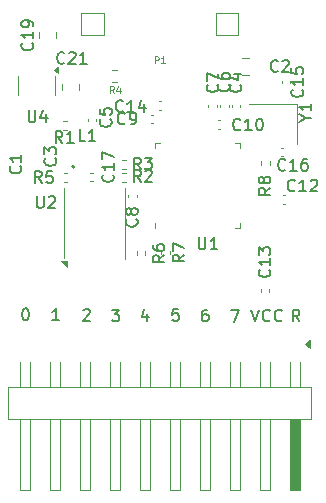
<source format=gbr>
%TF.GenerationSoftware,KiCad,Pcbnew,9.0.3*%
%TF.CreationDate,2025-08-08T17:20:16+03:00*%
%TF.ProjectId,rp2350_gpio_card,72703233-3530-45f6-9770-696f5f636172,X1*%
%TF.SameCoordinates,Original*%
%TF.FileFunction,Legend,Top*%
%TF.FilePolarity,Positive*%
%FSLAX46Y46*%
G04 Gerber Fmt 4.6, Leading zero omitted, Abs format (unit mm)*
G04 Created by KiCad (PCBNEW 9.0.3) date 2025-08-08 17:20:16*
%MOMM*%
%LPD*%
G01*
G04 APERTURE LIST*
%ADD10C,0.201600*%
%ADD11C,0.101600*%
%ADD12C,0.150000*%
%ADD13C,0.120000*%
%ADD14C,0.191421*%
G04 APERTURE END LIST*
D10*
X97025488Y-80167135D02*
X97644535Y-80167135D01*
X97644535Y-80167135D02*
X97311202Y-80548087D01*
X97311202Y-80548087D02*
X97454059Y-80548087D01*
X97454059Y-80548087D02*
X97549297Y-80595706D01*
X97549297Y-80595706D02*
X97596916Y-80643325D01*
X97596916Y-80643325D02*
X97644535Y-80738563D01*
X97644535Y-80738563D02*
X97644535Y-80976658D01*
X97644535Y-80976658D02*
X97596916Y-81071896D01*
X97596916Y-81071896D02*
X97549297Y-81119516D01*
X97549297Y-81119516D02*
X97454059Y-81167135D01*
X97454059Y-81167135D02*
X97168345Y-81167135D01*
X97168345Y-81167135D02*
X97073107Y-81119516D01*
X97073107Y-81119516D02*
X97025488Y-81071896D01*
X99999297Y-80500468D02*
X99999297Y-81167135D01*
X99761202Y-80119516D02*
X99523107Y-80833801D01*
X99523107Y-80833801D02*
X100142154Y-80833801D01*
X107125488Y-80217135D02*
X107792154Y-80217135D01*
X107792154Y-80217135D02*
X107363583Y-81217135D01*
X102646916Y-80117135D02*
X102170726Y-80117135D01*
X102170726Y-80117135D02*
X102123107Y-80593325D01*
X102123107Y-80593325D02*
X102170726Y-80545706D01*
X102170726Y-80545706D02*
X102265964Y-80498087D01*
X102265964Y-80498087D02*
X102504059Y-80498087D01*
X102504059Y-80498087D02*
X102599297Y-80545706D01*
X102599297Y-80545706D02*
X102646916Y-80593325D01*
X102646916Y-80593325D02*
X102694535Y-80688563D01*
X102694535Y-80688563D02*
X102694535Y-80926658D01*
X102694535Y-80926658D02*
X102646916Y-81021896D01*
X102646916Y-81021896D02*
X102599297Y-81069516D01*
X102599297Y-81069516D02*
X102504059Y-81117135D01*
X102504059Y-81117135D02*
X102265964Y-81117135D01*
X102265964Y-81117135D02*
X102170726Y-81069516D01*
X102170726Y-81069516D02*
X102123107Y-81021896D01*
X105099297Y-80167135D02*
X104908821Y-80167135D01*
X104908821Y-80167135D02*
X104813583Y-80214754D01*
X104813583Y-80214754D02*
X104765964Y-80262373D01*
X104765964Y-80262373D02*
X104670726Y-80405230D01*
X104670726Y-80405230D02*
X104623107Y-80595706D01*
X104623107Y-80595706D02*
X104623107Y-80976658D01*
X104623107Y-80976658D02*
X104670726Y-81071896D01*
X104670726Y-81071896D02*
X104718345Y-81119516D01*
X104718345Y-81119516D02*
X104813583Y-81167135D01*
X104813583Y-81167135D02*
X105004059Y-81167135D01*
X105004059Y-81167135D02*
X105099297Y-81119516D01*
X105099297Y-81119516D02*
X105146916Y-81071896D01*
X105146916Y-81071896D02*
X105194535Y-80976658D01*
X105194535Y-80976658D02*
X105194535Y-80738563D01*
X105194535Y-80738563D02*
X105146916Y-80643325D01*
X105146916Y-80643325D02*
X105099297Y-80595706D01*
X105099297Y-80595706D02*
X105004059Y-80548087D01*
X105004059Y-80548087D02*
X104813583Y-80548087D01*
X104813583Y-80548087D02*
X104718345Y-80595706D01*
X104718345Y-80595706D02*
X104670726Y-80643325D01*
X104670726Y-80643325D02*
X104623107Y-80738563D01*
X89661202Y-80067135D02*
X89756440Y-80067135D01*
X89756440Y-80067135D02*
X89851678Y-80114754D01*
X89851678Y-80114754D02*
X89899297Y-80162373D01*
X89899297Y-80162373D02*
X89946916Y-80257611D01*
X89946916Y-80257611D02*
X89994535Y-80448087D01*
X89994535Y-80448087D02*
X89994535Y-80686182D01*
X89994535Y-80686182D02*
X89946916Y-80876658D01*
X89946916Y-80876658D02*
X89899297Y-80971896D01*
X89899297Y-80971896D02*
X89851678Y-81019516D01*
X89851678Y-81019516D02*
X89756440Y-81067135D01*
X89756440Y-81067135D02*
X89661202Y-81067135D01*
X89661202Y-81067135D02*
X89565964Y-81019516D01*
X89565964Y-81019516D02*
X89518345Y-80971896D01*
X89518345Y-80971896D02*
X89470726Y-80876658D01*
X89470726Y-80876658D02*
X89423107Y-80686182D01*
X89423107Y-80686182D02*
X89423107Y-80448087D01*
X89423107Y-80448087D02*
X89470726Y-80257611D01*
X89470726Y-80257611D02*
X89518345Y-80162373D01*
X89518345Y-80162373D02*
X89565964Y-80114754D01*
X89565964Y-80114754D02*
X89661202Y-80067135D01*
X92544535Y-81067135D02*
X91973107Y-81067135D01*
X92258821Y-81067135D02*
X92258821Y-80067135D01*
X92258821Y-80067135D02*
X92163583Y-80209992D01*
X92163583Y-80209992D02*
X92068345Y-80305230D01*
X92068345Y-80305230D02*
X91973107Y-80352849D01*
X112892154Y-81167135D02*
X112558821Y-80690944D01*
X112320726Y-81167135D02*
X112320726Y-80167135D01*
X112320726Y-80167135D02*
X112701678Y-80167135D01*
X112701678Y-80167135D02*
X112796916Y-80214754D01*
X112796916Y-80214754D02*
X112844535Y-80262373D01*
X112844535Y-80262373D02*
X112892154Y-80357611D01*
X112892154Y-80357611D02*
X112892154Y-80500468D01*
X112892154Y-80500468D02*
X112844535Y-80595706D01*
X112844535Y-80595706D02*
X112796916Y-80643325D01*
X112796916Y-80643325D02*
X112701678Y-80690944D01*
X112701678Y-80690944D02*
X112320726Y-80690944D01*
X94573107Y-80212373D02*
X94620726Y-80164754D01*
X94620726Y-80164754D02*
X94715964Y-80117135D01*
X94715964Y-80117135D02*
X94954059Y-80117135D01*
X94954059Y-80117135D02*
X95049297Y-80164754D01*
X95049297Y-80164754D02*
X95096916Y-80212373D01*
X95096916Y-80212373D02*
X95144535Y-80307611D01*
X95144535Y-80307611D02*
X95144535Y-80402849D01*
X95144535Y-80402849D02*
X95096916Y-80545706D01*
X95096916Y-80545706D02*
X94525488Y-81117135D01*
X94525488Y-81117135D02*
X95144535Y-81117135D01*
X108827869Y-80167135D02*
X109161202Y-81167135D01*
X109161202Y-81167135D02*
X109494535Y-80167135D01*
X110399297Y-81071896D02*
X110351678Y-81119516D01*
X110351678Y-81119516D02*
X110208821Y-81167135D01*
X110208821Y-81167135D02*
X110113583Y-81167135D01*
X110113583Y-81167135D02*
X109970726Y-81119516D01*
X109970726Y-81119516D02*
X109875488Y-81024277D01*
X109875488Y-81024277D02*
X109827869Y-80929039D01*
X109827869Y-80929039D02*
X109780250Y-80738563D01*
X109780250Y-80738563D02*
X109780250Y-80595706D01*
X109780250Y-80595706D02*
X109827869Y-80405230D01*
X109827869Y-80405230D02*
X109875488Y-80309992D01*
X109875488Y-80309992D02*
X109970726Y-80214754D01*
X109970726Y-80214754D02*
X110113583Y-80167135D01*
X110113583Y-80167135D02*
X110208821Y-80167135D01*
X110208821Y-80167135D02*
X110351678Y-80214754D01*
X110351678Y-80214754D02*
X110399297Y-80262373D01*
X111399297Y-81071896D02*
X111351678Y-81119516D01*
X111351678Y-81119516D02*
X111208821Y-81167135D01*
X111208821Y-81167135D02*
X111113583Y-81167135D01*
X111113583Y-81167135D02*
X110970726Y-81119516D01*
X110970726Y-81119516D02*
X110875488Y-81024277D01*
X110875488Y-81024277D02*
X110827869Y-80929039D01*
X110827869Y-80929039D02*
X110780250Y-80738563D01*
X110780250Y-80738563D02*
X110780250Y-80595706D01*
X110780250Y-80595706D02*
X110827869Y-80405230D01*
X110827869Y-80405230D02*
X110875488Y-80309992D01*
X110875488Y-80309992D02*
X110970726Y-80214754D01*
X110970726Y-80214754D02*
X111113583Y-80167135D01*
X111113583Y-80167135D02*
X111208821Y-80167135D01*
X111208821Y-80167135D02*
X111351678Y-80214754D01*
X111351678Y-80214754D02*
X111399297Y-80262373D01*
D11*
X97177633Y-61814978D02*
X96982900Y-61536787D01*
X96843805Y-61814978D02*
X96843805Y-61230778D01*
X96843805Y-61230778D02*
X97066357Y-61230778D01*
X97066357Y-61230778D02*
X97121995Y-61258597D01*
X97121995Y-61258597D02*
X97149814Y-61286416D01*
X97149814Y-61286416D02*
X97177633Y-61342054D01*
X97177633Y-61342054D02*
X97177633Y-61425511D01*
X97177633Y-61425511D02*
X97149814Y-61481149D01*
X97149814Y-61481149D02*
X97121995Y-61508968D01*
X97121995Y-61508968D02*
X97066357Y-61536787D01*
X97066357Y-61536787D02*
X96843805Y-61536787D01*
X97678376Y-61425511D02*
X97678376Y-61814978D01*
X97539281Y-61202959D02*
X97400186Y-61620244D01*
X97400186Y-61620244D02*
X97761833Y-61620244D01*
X100643805Y-59304978D02*
X100643805Y-58720778D01*
X100643805Y-58720778D02*
X100866357Y-58720778D01*
X100866357Y-58720778D02*
X100921995Y-58748597D01*
X100921995Y-58748597D02*
X100949814Y-58776416D01*
X100949814Y-58776416D02*
X100977633Y-58832054D01*
X100977633Y-58832054D02*
X100977633Y-58915511D01*
X100977633Y-58915511D02*
X100949814Y-58971149D01*
X100949814Y-58971149D02*
X100921995Y-58998968D01*
X100921995Y-58998968D02*
X100866357Y-59026787D01*
X100866357Y-59026787D02*
X100643805Y-59026787D01*
X101534014Y-59304978D02*
X101200186Y-59304978D01*
X101367100Y-59304978D02*
X101367100Y-58720778D01*
X101367100Y-58720778D02*
X101311462Y-58804235D01*
X101311462Y-58804235D02*
X101255824Y-58859873D01*
X101255824Y-58859873D02*
X101200186Y-58887692D01*
D12*
X110429819Y-69856666D02*
X109953628Y-70189999D01*
X110429819Y-70428094D02*
X109429819Y-70428094D01*
X109429819Y-70428094D02*
X109429819Y-70047142D01*
X109429819Y-70047142D02*
X109477438Y-69951904D01*
X109477438Y-69951904D02*
X109525057Y-69904285D01*
X109525057Y-69904285D02*
X109620295Y-69856666D01*
X109620295Y-69856666D02*
X109763152Y-69856666D01*
X109763152Y-69856666D02*
X109858390Y-69904285D01*
X109858390Y-69904285D02*
X109906009Y-69951904D01*
X109906009Y-69951904D02*
X109953628Y-70047142D01*
X109953628Y-70047142D02*
X109953628Y-70428094D01*
X109858390Y-69285237D02*
X109810771Y-69380475D01*
X109810771Y-69380475D02*
X109763152Y-69428094D01*
X109763152Y-69428094D02*
X109667914Y-69475713D01*
X109667914Y-69475713D02*
X109620295Y-69475713D01*
X109620295Y-69475713D02*
X109525057Y-69428094D01*
X109525057Y-69428094D02*
X109477438Y-69380475D01*
X109477438Y-69380475D02*
X109429819Y-69285237D01*
X109429819Y-69285237D02*
X109429819Y-69094761D01*
X109429819Y-69094761D02*
X109477438Y-68999523D01*
X109477438Y-68999523D02*
X109525057Y-68951904D01*
X109525057Y-68951904D02*
X109620295Y-68904285D01*
X109620295Y-68904285D02*
X109667914Y-68904285D01*
X109667914Y-68904285D02*
X109763152Y-68951904D01*
X109763152Y-68951904D02*
X109810771Y-68999523D01*
X109810771Y-68999523D02*
X109858390Y-69094761D01*
X109858390Y-69094761D02*
X109858390Y-69285237D01*
X109858390Y-69285237D02*
X109906009Y-69380475D01*
X109906009Y-69380475D02*
X109953628Y-69428094D01*
X109953628Y-69428094D02*
X110048866Y-69475713D01*
X110048866Y-69475713D02*
X110239342Y-69475713D01*
X110239342Y-69475713D02*
X110334580Y-69428094D01*
X110334580Y-69428094D02*
X110382200Y-69380475D01*
X110382200Y-69380475D02*
X110429819Y-69285237D01*
X110429819Y-69285237D02*
X110429819Y-69094761D01*
X110429819Y-69094761D02*
X110382200Y-68999523D01*
X110382200Y-68999523D02*
X110334580Y-68951904D01*
X110334580Y-68951904D02*
X110239342Y-68904285D01*
X110239342Y-68904285D02*
X110048866Y-68904285D01*
X110048866Y-68904285D02*
X109953628Y-68951904D01*
X109953628Y-68951904D02*
X109906009Y-68999523D01*
X109906009Y-68999523D02*
X109858390Y-69094761D01*
X90254580Y-57592857D02*
X90302200Y-57640476D01*
X90302200Y-57640476D02*
X90349819Y-57783333D01*
X90349819Y-57783333D02*
X90349819Y-57878571D01*
X90349819Y-57878571D02*
X90302200Y-58021428D01*
X90302200Y-58021428D02*
X90206961Y-58116666D01*
X90206961Y-58116666D02*
X90111723Y-58164285D01*
X90111723Y-58164285D02*
X89921247Y-58211904D01*
X89921247Y-58211904D02*
X89778390Y-58211904D01*
X89778390Y-58211904D02*
X89587914Y-58164285D01*
X89587914Y-58164285D02*
X89492676Y-58116666D01*
X89492676Y-58116666D02*
X89397438Y-58021428D01*
X89397438Y-58021428D02*
X89349819Y-57878571D01*
X89349819Y-57878571D02*
X89349819Y-57783333D01*
X89349819Y-57783333D02*
X89397438Y-57640476D01*
X89397438Y-57640476D02*
X89445057Y-57592857D01*
X90349819Y-56640476D02*
X90349819Y-57211904D01*
X90349819Y-56926190D02*
X89349819Y-56926190D01*
X89349819Y-56926190D02*
X89492676Y-57021428D01*
X89492676Y-57021428D02*
X89587914Y-57116666D01*
X89587914Y-57116666D02*
X89635533Y-57211904D01*
X90349819Y-56164285D02*
X90349819Y-55973809D01*
X90349819Y-55973809D02*
X90302200Y-55878571D01*
X90302200Y-55878571D02*
X90254580Y-55830952D01*
X90254580Y-55830952D02*
X90111723Y-55735714D01*
X90111723Y-55735714D02*
X89921247Y-55688095D01*
X89921247Y-55688095D02*
X89540295Y-55688095D01*
X89540295Y-55688095D02*
X89445057Y-55735714D01*
X89445057Y-55735714D02*
X89397438Y-55783333D01*
X89397438Y-55783333D02*
X89349819Y-55878571D01*
X89349819Y-55878571D02*
X89349819Y-56069047D01*
X89349819Y-56069047D02*
X89397438Y-56164285D01*
X89397438Y-56164285D02*
X89445057Y-56211904D01*
X89445057Y-56211904D02*
X89540295Y-56259523D01*
X89540295Y-56259523D02*
X89778390Y-56259523D01*
X89778390Y-56259523D02*
X89873628Y-56211904D01*
X89873628Y-56211904D02*
X89921247Y-56164285D01*
X89921247Y-56164285D02*
X89968866Y-56069047D01*
X89968866Y-56069047D02*
X89968866Y-55878571D01*
X89968866Y-55878571D02*
X89921247Y-55783333D01*
X89921247Y-55783333D02*
X89873628Y-55735714D01*
X89873628Y-55735714D02*
X89778390Y-55688095D01*
X91058333Y-69454819D02*
X90725000Y-68978628D01*
X90486905Y-69454819D02*
X90486905Y-68454819D01*
X90486905Y-68454819D02*
X90867857Y-68454819D01*
X90867857Y-68454819D02*
X90963095Y-68502438D01*
X90963095Y-68502438D02*
X91010714Y-68550057D01*
X91010714Y-68550057D02*
X91058333Y-68645295D01*
X91058333Y-68645295D02*
X91058333Y-68788152D01*
X91058333Y-68788152D02*
X91010714Y-68883390D01*
X91010714Y-68883390D02*
X90963095Y-68931009D01*
X90963095Y-68931009D02*
X90867857Y-68978628D01*
X90867857Y-68978628D02*
X90486905Y-68978628D01*
X91963095Y-68454819D02*
X91486905Y-68454819D01*
X91486905Y-68454819D02*
X91439286Y-68931009D01*
X91439286Y-68931009D02*
X91486905Y-68883390D01*
X91486905Y-68883390D02*
X91582143Y-68835771D01*
X91582143Y-68835771D02*
X91820238Y-68835771D01*
X91820238Y-68835771D02*
X91915476Y-68883390D01*
X91915476Y-68883390D02*
X91963095Y-68931009D01*
X91963095Y-68931009D02*
X92010714Y-69026247D01*
X92010714Y-69026247D02*
X92010714Y-69264342D01*
X92010714Y-69264342D02*
X91963095Y-69359580D01*
X91963095Y-69359580D02*
X91915476Y-69407200D01*
X91915476Y-69407200D02*
X91820238Y-69454819D01*
X91820238Y-69454819D02*
X91582143Y-69454819D01*
X91582143Y-69454819D02*
X91486905Y-69407200D01*
X91486905Y-69407200D02*
X91439286Y-69359580D01*
X113403628Y-63926190D02*
X113879819Y-63926190D01*
X112879819Y-64259523D02*
X113403628Y-63926190D01*
X113403628Y-63926190D02*
X112879819Y-63592857D01*
X113879819Y-62735714D02*
X113879819Y-63307142D01*
X113879819Y-63021428D02*
X112879819Y-63021428D01*
X112879819Y-63021428D02*
X113022676Y-63116666D01*
X113022676Y-63116666D02*
X113117914Y-63211904D01*
X113117914Y-63211904D02*
X113165533Y-63307142D01*
X89254580Y-68016666D02*
X89302200Y-68064285D01*
X89302200Y-68064285D02*
X89349819Y-68207142D01*
X89349819Y-68207142D02*
X89349819Y-68302380D01*
X89349819Y-68302380D02*
X89302200Y-68445237D01*
X89302200Y-68445237D02*
X89206961Y-68540475D01*
X89206961Y-68540475D02*
X89111723Y-68588094D01*
X89111723Y-68588094D02*
X88921247Y-68635713D01*
X88921247Y-68635713D02*
X88778390Y-68635713D01*
X88778390Y-68635713D02*
X88587914Y-68588094D01*
X88587914Y-68588094D02*
X88492676Y-68540475D01*
X88492676Y-68540475D02*
X88397438Y-68445237D01*
X88397438Y-68445237D02*
X88349819Y-68302380D01*
X88349819Y-68302380D02*
X88349819Y-68207142D01*
X88349819Y-68207142D02*
X88397438Y-68064285D01*
X88397438Y-68064285D02*
X88445057Y-68016666D01*
X89349819Y-67064285D02*
X89349819Y-67635713D01*
X89349819Y-67349999D02*
X88349819Y-67349999D01*
X88349819Y-67349999D02*
X88492676Y-67445237D01*
X88492676Y-67445237D02*
X88587914Y-67540475D01*
X88587914Y-67540475D02*
X88635533Y-67635713D01*
X98123333Y-64399580D02*
X98075714Y-64447200D01*
X98075714Y-64447200D02*
X97932857Y-64494819D01*
X97932857Y-64494819D02*
X97837619Y-64494819D01*
X97837619Y-64494819D02*
X97694762Y-64447200D01*
X97694762Y-64447200D02*
X97599524Y-64351961D01*
X97599524Y-64351961D02*
X97551905Y-64256723D01*
X97551905Y-64256723D02*
X97504286Y-64066247D01*
X97504286Y-64066247D02*
X97504286Y-63923390D01*
X97504286Y-63923390D02*
X97551905Y-63732914D01*
X97551905Y-63732914D02*
X97599524Y-63637676D01*
X97599524Y-63637676D02*
X97694762Y-63542438D01*
X97694762Y-63542438D02*
X97837619Y-63494819D01*
X97837619Y-63494819D02*
X97932857Y-63494819D01*
X97932857Y-63494819D02*
X98075714Y-63542438D01*
X98075714Y-63542438D02*
X98123333Y-63590057D01*
X98599524Y-64494819D02*
X98790000Y-64494819D01*
X98790000Y-64494819D02*
X98885238Y-64447200D01*
X98885238Y-64447200D02*
X98932857Y-64399580D01*
X98932857Y-64399580D02*
X99028095Y-64256723D01*
X99028095Y-64256723D02*
X99075714Y-64066247D01*
X99075714Y-64066247D02*
X99075714Y-63685295D01*
X99075714Y-63685295D02*
X99028095Y-63590057D01*
X99028095Y-63590057D02*
X98980476Y-63542438D01*
X98980476Y-63542438D02*
X98885238Y-63494819D01*
X98885238Y-63494819D02*
X98694762Y-63494819D01*
X98694762Y-63494819D02*
X98599524Y-63542438D01*
X98599524Y-63542438D02*
X98551905Y-63590057D01*
X98551905Y-63590057D02*
X98504286Y-63685295D01*
X98504286Y-63685295D02*
X98504286Y-63923390D01*
X98504286Y-63923390D02*
X98551905Y-64018628D01*
X98551905Y-64018628D02*
X98599524Y-64066247D01*
X98599524Y-64066247D02*
X98694762Y-64113866D01*
X98694762Y-64113866D02*
X98885238Y-64113866D01*
X98885238Y-64113866D02*
X98980476Y-64066247D01*
X98980476Y-64066247D02*
X99028095Y-64018628D01*
X99028095Y-64018628D02*
X99075714Y-63923390D01*
X111058333Y-59959580D02*
X111010714Y-60007200D01*
X111010714Y-60007200D02*
X110867857Y-60054819D01*
X110867857Y-60054819D02*
X110772619Y-60054819D01*
X110772619Y-60054819D02*
X110629762Y-60007200D01*
X110629762Y-60007200D02*
X110534524Y-59911961D01*
X110534524Y-59911961D02*
X110486905Y-59816723D01*
X110486905Y-59816723D02*
X110439286Y-59626247D01*
X110439286Y-59626247D02*
X110439286Y-59483390D01*
X110439286Y-59483390D02*
X110486905Y-59292914D01*
X110486905Y-59292914D02*
X110534524Y-59197676D01*
X110534524Y-59197676D02*
X110629762Y-59102438D01*
X110629762Y-59102438D02*
X110772619Y-59054819D01*
X110772619Y-59054819D02*
X110867857Y-59054819D01*
X110867857Y-59054819D02*
X111010714Y-59102438D01*
X111010714Y-59102438D02*
X111058333Y-59150057D01*
X111439286Y-59150057D02*
X111486905Y-59102438D01*
X111486905Y-59102438D02*
X111582143Y-59054819D01*
X111582143Y-59054819D02*
X111820238Y-59054819D01*
X111820238Y-59054819D02*
X111915476Y-59102438D01*
X111915476Y-59102438D02*
X111963095Y-59150057D01*
X111963095Y-59150057D02*
X112010714Y-59245295D01*
X112010714Y-59245295D02*
X112010714Y-59340533D01*
X112010714Y-59340533D02*
X111963095Y-59483390D01*
X111963095Y-59483390D02*
X111391667Y-60054819D01*
X111391667Y-60054819D02*
X112010714Y-60054819D01*
X107882142Y-64909580D02*
X107834523Y-64957200D01*
X107834523Y-64957200D02*
X107691666Y-65004819D01*
X107691666Y-65004819D02*
X107596428Y-65004819D01*
X107596428Y-65004819D02*
X107453571Y-64957200D01*
X107453571Y-64957200D02*
X107358333Y-64861961D01*
X107358333Y-64861961D02*
X107310714Y-64766723D01*
X107310714Y-64766723D02*
X107263095Y-64576247D01*
X107263095Y-64576247D02*
X107263095Y-64433390D01*
X107263095Y-64433390D02*
X107310714Y-64242914D01*
X107310714Y-64242914D02*
X107358333Y-64147676D01*
X107358333Y-64147676D02*
X107453571Y-64052438D01*
X107453571Y-64052438D02*
X107596428Y-64004819D01*
X107596428Y-64004819D02*
X107691666Y-64004819D01*
X107691666Y-64004819D02*
X107834523Y-64052438D01*
X107834523Y-64052438D02*
X107882142Y-64100057D01*
X108834523Y-65004819D02*
X108263095Y-65004819D01*
X108548809Y-65004819D02*
X108548809Y-64004819D01*
X108548809Y-64004819D02*
X108453571Y-64147676D01*
X108453571Y-64147676D02*
X108358333Y-64242914D01*
X108358333Y-64242914D02*
X108263095Y-64290533D01*
X109453571Y-64004819D02*
X109548809Y-64004819D01*
X109548809Y-64004819D02*
X109644047Y-64052438D01*
X109644047Y-64052438D02*
X109691666Y-64100057D01*
X109691666Y-64100057D02*
X109739285Y-64195295D01*
X109739285Y-64195295D02*
X109786904Y-64385771D01*
X109786904Y-64385771D02*
X109786904Y-64623866D01*
X109786904Y-64623866D02*
X109739285Y-64814342D01*
X109739285Y-64814342D02*
X109691666Y-64909580D01*
X109691666Y-64909580D02*
X109644047Y-64957200D01*
X109644047Y-64957200D02*
X109548809Y-65004819D01*
X109548809Y-65004819D02*
X109453571Y-65004819D01*
X109453571Y-65004819D02*
X109358333Y-64957200D01*
X109358333Y-64957200D02*
X109310714Y-64909580D01*
X109310714Y-64909580D02*
X109263095Y-64814342D01*
X109263095Y-64814342D02*
X109215476Y-64623866D01*
X109215476Y-64623866D02*
X109215476Y-64385771D01*
X109215476Y-64385771D02*
X109263095Y-64195295D01*
X109263095Y-64195295D02*
X109310714Y-64100057D01*
X109310714Y-64100057D02*
X109358333Y-64052438D01*
X109358333Y-64052438D02*
X109453571Y-64004819D01*
X97084580Y-68742857D02*
X97132200Y-68790476D01*
X97132200Y-68790476D02*
X97179819Y-68933333D01*
X97179819Y-68933333D02*
X97179819Y-69028571D01*
X97179819Y-69028571D02*
X97132200Y-69171428D01*
X97132200Y-69171428D02*
X97036961Y-69266666D01*
X97036961Y-69266666D02*
X96941723Y-69314285D01*
X96941723Y-69314285D02*
X96751247Y-69361904D01*
X96751247Y-69361904D02*
X96608390Y-69361904D01*
X96608390Y-69361904D02*
X96417914Y-69314285D01*
X96417914Y-69314285D02*
X96322676Y-69266666D01*
X96322676Y-69266666D02*
X96227438Y-69171428D01*
X96227438Y-69171428D02*
X96179819Y-69028571D01*
X96179819Y-69028571D02*
X96179819Y-68933333D01*
X96179819Y-68933333D02*
X96227438Y-68790476D01*
X96227438Y-68790476D02*
X96275057Y-68742857D01*
X97179819Y-67790476D02*
X97179819Y-68361904D01*
X97179819Y-68076190D02*
X96179819Y-68076190D01*
X96179819Y-68076190D02*
X96322676Y-68171428D01*
X96322676Y-68171428D02*
X96417914Y-68266666D01*
X96417914Y-68266666D02*
X96465533Y-68361904D01*
X96179819Y-67457142D02*
X96179819Y-66790476D01*
X96179819Y-66790476D02*
X97179819Y-67219047D01*
X99084580Y-72516666D02*
X99132200Y-72564285D01*
X99132200Y-72564285D02*
X99179819Y-72707142D01*
X99179819Y-72707142D02*
X99179819Y-72802380D01*
X99179819Y-72802380D02*
X99132200Y-72945237D01*
X99132200Y-72945237D02*
X99036961Y-73040475D01*
X99036961Y-73040475D02*
X98941723Y-73088094D01*
X98941723Y-73088094D02*
X98751247Y-73135713D01*
X98751247Y-73135713D02*
X98608390Y-73135713D01*
X98608390Y-73135713D02*
X98417914Y-73088094D01*
X98417914Y-73088094D02*
X98322676Y-73040475D01*
X98322676Y-73040475D02*
X98227438Y-72945237D01*
X98227438Y-72945237D02*
X98179819Y-72802380D01*
X98179819Y-72802380D02*
X98179819Y-72707142D01*
X98179819Y-72707142D02*
X98227438Y-72564285D01*
X98227438Y-72564285D02*
X98275057Y-72516666D01*
X98608390Y-71945237D02*
X98560771Y-72040475D01*
X98560771Y-72040475D02*
X98513152Y-72088094D01*
X98513152Y-72088094D02*
X98417914Y-72135713D01*
X98417914Y-72135713D02*
X98370295Y-72135713D01*
X98370295Y-72135713D02*
X98275057Y-72088094D01*
X98275057Y-72088094D02*
X98227438Y-72040475D01*
X98227438Y-72040475D02*
X98179819Y-71945237D01*
X98179819Y-71945237D02*
X98179819Y-71754761D01*
X98179819Y-71754761D02*
X98227438Y-71659523D01*
X98227438Y-71659523D02*
X98275057Y-71611904D01*
X98275057Y-71611904D02*
X98370295Y-71564285D01*
X98370295Y-71564285D02*
X98417914Y-71564285D01*
X98417914Y-71564285D02*
X98513152Y-71611904D01*
X98513152Y-71611904D02*
X98560771Y-71659523D01*
X98560771Y-71659523D02*
X98608390Y-71754761D01*
X98608390Y-71754761D02*
X98608390Y-71945237D01*
X98608390Y-71945237D02*
X98656009Y-72040475D01*
X98656009Y-72040475D02*
X98703628Y-72088094D01*
X98703628Y-72088094D02*
X98798866Y-72135713D01*
X98798866Y-72135713D02*
X98989342Y-72135713D01*
X98989342Y-72135713D02*
X99084580Y-72088094D01*
X99084580Y-72088094D02*
X99132200Y-72040475D01*
X99132200Y-72040475D02*
X99179819Y-71945237D01*
X99179819Y-71945237D02*
X99179819Y-71754761D01*
X99179819Y-71754761D02*
X99132200Y-71659523D01*
X99132200Y-71659523D02*
X99084580Y-71611904D01*
X99084580Y-71611904D02*
X98989342Y-71564285D01*
X98989342Y-71564285D02*
X98798866Y-71564285D01*
X98798866Y-71564285D02*
X98703628Y-71611904D01*
X98703628Y-71611904D02*
X98656009Y-71659523D01*
X98656009Y-71659523D02*
X98608390Y-71754761D01*
X92204580Y-67366666D02*
X92252200Y-67414285D01*
X92252200Y-67414285D02*
X92299819Y-67557142D01*
X92299819Y-67557142D02*
X92299819Y-67652380D01*
X92299819Y-67652380D02*
X92252200Y-67795237D01*
X92252200Y-67795237D02*
X92156961Y-67890475D01*
X92156961Y-67890475D02*
X92061723Y-67938094D01*
X92061723Y-67938094D02*
X91871247Y-67985713D01*
X91871247Y-67985713D02*
X91728390Y-67985713D01*
X91728390Y-67985713D02*
X91537914Y-67938094D01*
X91537914Y-67938094D02*
X91442676Y-67890475D01*
X91442676Y-67890475D02*
X91347438Y-67795237D01*
X91347438Y-67795237D02*
X91299819Y-67652380D01*
X91299819Y-67652380D02*
X91299819Y-67557142D01*
X91299819Y-67557142D02*
X91347438Y-67414285D01*
X91347438Y-67414285D02*
X91395057Y-67366666D01*
X91299819Y-67033332D02*
X91299819Y-66414285D01*
X91299819Y-66414285D02*
X91680771Y-66747618D01*
X91680771Y-66747618D02*
X91680771Y-66604761D01*
X91680771Y-66604761D02*
X91728390Y-66509523D01*
X91728390Y-66509523D02*
X91776009Y-66461904D01*
X91776009Y-66461904D02*
X91871247Y-66414285D01*
X91871247Y-66414285D02*
X92109342Y-66414285D01*
X92109342Y-66414285D02*
X92204580Y-66461904D01*
X92204580Y-66461904D02*
X92252200Y-66509523D01*
X92252200Y-66509523D02*
X92299819Y-66604761D01*
X92299819Y-66604761D02*
X92299819Y-66890475D01*
X92299819Y-66890475D02*
X92252200Y-66985713D01*
X92252200Y-66985713D02*
X92204580Y-67033332D01*
X96884580Y-64066666D02*
X96932200Y-64114285D01*
X96932200Y-64114285D02*
X96979819Y-64257142D01*
X96979819Y-64257142D02*
X96979819Y-64352380D01*
X96979819Y-64352380D02*
X96932200Y-64495237D01*
X96932200Y-64495237D02*
X96836961Y-64590475D01*
X96836961Y-64590475D02*
X96741723Y-64638094D01*
X96741723Y-64638094D02*
X96551247Y-64685713D01*
X96551247Y-64685713D02*
X96408390Y-64685713D01*
X96408390Y-64685713D02*
X96217914Y-64638094D01*
X96217914Y-64638094D02*
X96122676Y-64590475D01*
X96122676Y-64590475D02*
X96027438Y-64495237D01*
X96027438Y-64495237D02*
X95979819Y-64352380D01*
X95979819Y-64352380D02*
X95979819Y-64257142D01*
X95979819Y-64257142D02*
X96027438Y-64114285D01*
X96027438Y-64114285D02*
X96075057Y-64066666D01*
X95979819Y-63161904D02*
X95979819Y-63638094D01*
X95979819Y-63638094D02*
X96456009Y-63685713D01*
X96456009Y-63685713D02*
X96408390Y-63638094D01*
X96408390Y-63638094D02*
X96360771Y-63542856D01*
X96360771Y-63542856D02*
X96360771Y-63304761D01*
X96360771Y-63304761D02*
X96408390Y-63209523D01*
X96408390Y-63209523D02*
X96456009Y-63161904D01*
X96456009Y-63161904D02*
X96551247Y-63114285D01*
X96551247Y-63114285D02*
X96789342Y-63114285D01*
X96789342Y-63114285D02*
X96884580Y-63161904D01*
X96884580Y-63161904D02*
X96932200Y-63209523D01*
X96932200Y-63209523D02*
X96979819Y-63304761D01*
X96979819Y-63304761D02*
X96979819Y-63542856D01*
X96979819Y-63542856D02*
X96932200Y-63638094D01*
X96932200Y-63638094D02*
X96884580Y-63685713D01*
X99458333Y-68304819D02*
X99125000Y-67828628D01*
X98886905Y-68304819D02*
X98886905Y-67304819D01*
X98886905Y-67304819D02*
X99267857Y-67304819D01*
X99267857Y-67304819D02*
X99363095Y-67352438D01*
X99363095Y-67352438D02*
X99410714Y-67400057D01*
X99410714Y-67400057D02*
X99458333Y-67495295D01*
X99458333Y-67495295D02*
X99458333Y-67638152D01*
X99458333Y-67638152D02*
X99410714Y-67733390D01*
X99410714Y-67733390D02*
X99363095Y-67781009D01*
X99363095Y-67781009D02*
X99267857Y-67828628D01*
X99267857Y-67828628D02*
X98886905Y-67828628D01*
X99791667Y-67304819D02*
X100410714Y-67304819D01*
X100410714Y-67304819D02*
X100077381Y-67685771D01*
X100077381Y-67685771D02*
X100220238Y-67685771D01*
X100220238Y-67685771D02*
X100315476Y-67733390D01*
X100315476Y-67733390D02*
X100363095Y-67781009D01*
X100363095Y-67781009D02*
X100410714Y-67876247D01*
X100410714Y-67876247D02*
X100410714Y-68114342D01*
X100410714Y-68114342D02*
X100363095Y-68209580D01*
X100363095Y-68209580D02*
X100315476Y-68257200D01*
X100315476Y-68257200D02*
X100220238Y-68304819D01*
X100220238Y-68304819D02*
X99934524Y-68304819D01*
X99934524Y-68304819D02*
X99839286Y-68257200D01*
X99839286Y-68257200D02*
X99791667Y-68209580D01*
X89963095Y-63304819D02*
X89963095Y-64114342D01*
X89963095Y-64114342D02*
X90010714Y-64209580D01*
X90010714Y-64209580D02*
X90058333Y-64257200D01*
X90058333Y-64257200D02*
X90153571Y-64304819D01*
X90153571Y-64304819D02*
X90344047Y-64304819D01*
X90344047Y-64304819D02*
X90439285Y-64257200D01*
X90439285Y-64257200D02*
X90486904Y-64209580D01*
X90486904Y-64209580D02*
X90534523Y-64114342D01*
X90534523Y-64114342D02*
X90534523Y-63304819D01*
X91439285Y-63638152D02*
X91439285Y-64304819D01*
X91201190Y-63257200D02*
X90963095Y-63971485D01*
X90963095Y-63971485D02*
X91582142Y-63971485D01*
X92808333Y-66054819D02*
X92475000Y-65578628D01*
X92236905Y-66054819D02*
X92236905Y-65054819D01*
X92236905Y-65054819D02*
X92617857Y-65054819D01*
X92617857Y-65054819D02*
X92713095Y-65102438D01*
X92713095Y-65102438D02*
X92760714Y-65150057D01*
X92760714Y-65150057D02*
X92808333Y-65245295D01*
X92808333Y-65245295D02*
X92808333Y-65388152D01*
X92808333Y-65388152D02*
X92760714Y-65483390D01*
X92760714Y-65483390D02*
X92713095Y-65531009D01*
X92713095Y-65531009D02*
X92617857Y-65578628D01*
X92617857Y-65578628D02*
X92236905Y-65578628D01*
X93760714Y-66054819D02*
X93189286Y-66054819D01*
X93475000Y-66054819D02*
X93475000Y-65054819D01*
X93475000Y-65054819D02*
X93379762Y-65197676D01*
X93379762Y-65197676D02*
X93284524Y-65292914D01*
X93284524Y-65292914D02*
X93189286Y-65340533D01*
X103149819Y-75516666D02*
X102673628Y-75849999D01*
X103149819Y-76088094D02*
X102149819Y-76088094D01*
X102149819Y-76088094D02*
X102149819Y-75707142D01*
X102149819Y-75707142D02*
X102197438Y-75611904D01*
X102197438Y-75611904D02*
X102245057Y-75564285D01*
X102245057Y-75564285D02*
X102340295Y-75516666D01*
X102340295Y-75516666D02*
X102483152Y-75516666D01*
X102483152Y-75516666D02*
X102578390Y-75564285D01*
X102578390Y-75564285D02*
X102626009Y-75611904D01*
X102626009Y-75611904D02*
X102673628Y-75707142D01*
X102673628Y-75707142D02*
X102673628Y-76088094D01*
X102149819Y-75183332D02*
X102149819Y-74516666D01*
X102149819Y-74516666D02*
X103149819Y-74945237D01*
X113114580Y-61542857D02*
X113162200Y-61590476D01*
X113162200Y-61590476D02*
X113209819Y-61733333D01*
X113209819Y-61733333D02*
X113209819Y-61828571D01*
X113209819Y-61828571D02*
X113162200Y-61971428D01*
X113162200Y-61971428D02*
X113066961Y-62066666D01*
X113066961Y-62066666D02*
X112971723Y-62114285D01*
X112971723Y-62114285D02*
X112781247Y-62161904D01*
X112781247Y-62161904D02*
X112638390Y-62161904D01*
X112638390Y-62161904D02*
X112447914Y-62114285D01*
X112447914Y-62114285D02*
X112352676Y-62066666D01*
X112352676Y-62066666D02*
X112257438Y-61971428D01*
X112257438Y-61971428D02*
X112209819Y-61828571D01*
X112209819Y-61828571D02*
X112209819Y-61733333D01*
X112209819Y-61733333D02*
X112257438Y-61590476D01*
X112257438Y-61590476D02*
X112305057Y-61542857D01*
X113209819Y-60590476D02*
X113209819Y-61161904D01*
X113209819Y-60876190D02*
X112209819Y-60876190D01*
X112209819Y-60876190D02*
X112352676Y-60971428D01*
X112352676Y-60971428D02*
X112447914Y-61066666D01*
X112447914Y-61066666D02*
X112495533Y-61161904D01*
X112209819Y-59685714D02*
X112209819Y-60161904D01*
X112209819Y-60161904D02*
X112686009Y-60209523D01*
X112686009Y-60209523D02*
X112638390Y-60161904D01*
X112638390Y-60161904D02*
X112590771Y-60066666D01*
X112590771Y-60066666D02*
X112590771Y-59828571D01*
X112590771Y-59828571D02*
X112638390Y-59733333D01*
X112638390Y-59733333D02*
X112686009Y-59685714D01*
X112686009Y-59685714D02*
X112781247Y-59638095D01*
X112781247Y-59638095D02*
X113019342Y-59638095D01*
X113019342Y-59638095D02*
X113114580Y-59685714D01*
X113114580Y-59685714D02*
X113162200Y-59733333D01*
X113162200Y-59733333D02*
X113209819Y-59828571D01*
X113209819Y-59828571D02*
X113209819Y-60066666D01*
X113209819Y-60066666D02*
X113162200Y-60161904D01*
X113162200Y-60161904D02*
X113114580Y-60209523D01*
X99458333Y-69354819D02*
X99125000Y-68878628D01*
X98886905Y-69354819D02*
X98886905Y-68354819D01*
X98886905Y-68354819D02*
X99267857Y-68354819D01*
X99267857Y-68354819D02*
X99363095Y-68402438D01*
X99363095Y-68402438D02*
X99410714Y-68450057D01*
X99410714Y-68450057D02*
X99458333Y-68545295D01*
X99458333Y-68545295D02*
X99458333Y-68688152D01*
X99458333Y-68688152D02*
X99410714Y-68783390D01*
X99410714Y-68783390D02*
X99363095Y-68831009D01*
X99363095Y-68831009D02*
X99267857Y-68878628D01*
X99267857Y-68878628D02*
X98886905Y-68878628D01*
X99839286Y-68450057D02*
X99886905Y-68402438D01*
X99886905Y-68402438D02*
X99982143Y-68354819D01*
X99982143Y-68354819D02*
X100220238Y-68354819D01*
X100220238Y-68354819D02*
X100315476Y-68402438D01*
X100315476Y-68402438D02*
X100363095Y-68450057D01*
X100363095Y-68450057D02*
X100410714Y-68545295D01*
X100410714Y-68545295D02*
X100410714Y-68640533D01*
X100410714Y-68640533D02*
X100363095Y-68783390D01*
X100363095Y-68783390D02*
X99791667Y-69354819D01*
X99791667Y-69354819D02*
X100410714Y-69354819D01*
X92982142Y-59259580D02*
X92934523Y-59307200D01*
X92934523Y-59307200D02*
X92791666Y-59354819D01*
X92791666Y-59354819D02*
X92696428Y-59354819D01*
X92696428Y-59354819D02*
X92553571Y-59307200D01*
X92553571Y-59307200D02*
X92458333Y-59211961D01*
X92458333Y-59211961D02*
X92410714Y-59116723D01*
X92410714Y-59116723D02*
X92363095Y-58926247D01*
X92363095Y-58926247D02*
X92363095Y-58783390D01*
X92363095Y-58783390D02*
X92410714Y-58592914D01*
X92410714Y-58592914D02*
X92458333Y-58497676D01*
X92458333Y-58497676D02*
X92553571Y-58402438D01*
X92553571Y-58402438D02*
X92696428Y-58354819D01*
X92696428Y-58354819D02*
X92791666Y-58354819D01*
X92791666Y-58354819D02*
X92934523Y-58402438D01*
X92934523Y-58402438D02*
X92982142Y-58450057D01*
X93363095Y-58450057D02*
X93410714Y-58402438D01*
X93410714Y-58402438D02*
X93505952Y-58354819D01*
X93505952Y-58354819D02*
X93744047Y-58354819D01*
X93744047Y-58354819D02*
X93839285Y-58402438D01*
X93839285Y-58402438D02*
X93886904Y-58450057D01*
X93886904Y-58450057D02*
X93934523Y-58545295D01*
X93934523Y-58545295D02*
X93934523Y-58640533D01*
X93934523Y-58640533D02*
X93886904Y-58783390D01*
X93886904Y-58783390D02*
X93315476Y-59354819D01*
X93315476Y-59354819D02*
X93934523Y-59354819D01*
X94886904Y-59354819D02*
X94315476Y-59354819D01*
X94601190Y-59354819D02*
X94601190Y-58354819D01*
X94601190Y-58354819D02*
X94505952Y-58497676D01*
X94505952Y-58497676D02*
X94410714Y-58592914D01*
X94410714Y-58592914D02*
X94315476Y-58640533D01*
X112512142Y-70059580D02*
X112464523Y-70107200D01*
X112464523Y-70107200D02*
X112321666Y-70154819D01*
X112321666Y-70154819D02*
X112226428Y-70154819D01*
X112226428Y-70154819D02*
X112083571Y-70107200D01*
X112083571Y-70107200D02*
X111988333Y-70011961D01*
X111988333Y-70011961D02*
X111940714Y-69916723D01*
X111940714Y-69916723D02*
X111893095Y-69726247D01*
X111893095Y-69726247D02*
X111893095Y-69583390D01*
X111893095Y-69583390D02*
X111940714Y-69392914D01*
X111940714Y-69392914D02*
X111988333Y-69297676D01*
X111988333Y-69297676D02*
X112083571Y-69202438D01*
X112083571Y-69202438D02*
X112226428Y-69154819D01*
X112226428Y-69154819D02*
X112321666Y-69154819D01*
X112321666Y-69154819D02*
X112464523Y-69202438D01*
X112464523Y-69202438D02*
X112512142Y-69250057D01*
X113464523Y-70154819D02*
X112893095Y-70154819D01*
X113178809Y-70154819D02*
X113178809Y-69154819D01*
X113178809Y-69154819D02*
X113083571Y-69297676D01*
X113083571Y-69297676D02*
X112988333Y-69392914D01*
X112988333Y-69392914D02*
X112893095Y-69440533D01*
X113845476Y-69250057D02*
X113893095Y-69202438D01*
X113893095Y-69202438D02*
X113988333Y-69154819D01*
X113988333Y-69154819D02*
X114226428Y-69154819D01*
X114226428Y-69154819D02*
X114321666Y-69202438D01*
X114321666Y-69202438D02*
X114369285Y-69250057D01*
X114369285Y-69250057D02*
X114416904Y-69345295D01*
X114416904Y-69345295D02*
X114416904Y-69440533D01*
X114416904Y-69440533D02*
X114369285Y-69583390D01*
X114369285Y-69583390D02*
X113797857Y-70154819D01*
X113797857Y-70154819D02*
X114416904Y-70154819D01*
X107884580Y-61116666D02*
X107932200Y-61164285D01*
X107932200Y-61164285D02*
X107979819Y-61307142D01*
X107979819Y-61307142D02*
X107979819Y-61402380D01*
X107979819Y-61402380D02*
X107932200Y-61545237D01*
X107932200Y-61545237D02*
X107836961Y-61640475D01*
X107836961Y-61640475D02*
X107741723Y-61688094D01*
X107741723Y-61688094D02*
X107551247Y-61735713D01*
X107551247Y-61735713D02*
X107408390Y-61735713D01*
X107408390Y-61735713D02*
X107217914Y-61688094D01*
X107217914Y-61688094D02*
X107122676Y-61640475D01*
X107122676Y-61640475D02*
X107027438Y-61545237D01*
X107027438Y-61545237D02*
X106979819Y-61402380D01*
X106979819Y-61402380D02*
X106979819Y-61307142D01*
X106979819Y-61307142D02*
X107027438Y-61164285D01*
X107027438Y-61164285D02*
X107075057Y-61116666D01*
X107313152Y-60259523D02*
X107979819Y-60259523D01*
X106932200Y-60497618D02*
X107646485Y-60735713D01*
X107646485Y-60735713D02*
X107646485Y-60116666D01*
X90663095Y-70554819D02*
X90663095Y-71364342D01*
X90663095Y-71364342D02*
X90710714Y-71459580D01*
X90710714Y-71459580D02*
X90758333Y-71507200D01*
X90758333Y-71507200D02*
X90853571Y-71554819D01*
X90853571Y-71554819D02*
X91044047Y-71554819D01*
X91044047Y-71554819D02*
X91139285Y-71507200D01*
X91139285Y-71507200D02*
X91186904Y-71459580D01*
X91186904Y-71459580D02*
X91234523Y-71364342D01*
X91234523Y-71364342D02*
X91234523Y-70554819D01*
X91663095Y-70650057D02*
X91710714Y-70602438D01*
X91710714Y-70602438D02*
X91805952Y-70554819D01*
X91805952Y-70554819D02*
X92044047Y-70554819D01*
X92044047Y-70554819D02*
X92139285Y-70602438D01*
X92139285Y-70602438D02*
X92186904Y-70650057D01*
X92186904Y-70650057D02*
X92234523Y-70745295D01*
X92234523Y-70745295D02*
X92234523Y-70840533D01*
X92234523Y-70840533D02*
X92186904Y-70983390D01*
X92186904Y-70983390D02*
X91615476Y-71554819D01*
X91615476Y-71554819D02*
X92234523Y-71554819D01*
X106884580Y-61066666D02*
X106932200Y-61114285D01*
X106932200Y-61114285D02*
X106979819Y-61257142D01*
X106979819Y-61257142D02*
X106979819Y-61352380D01*
X106979819Y-61352380D02*
X106932200Y-61495237D01*
X106932200Y-61495237D02*
X106836961Y-61590475D01*
X106836961Y-61590475D02*
X106741723Y-61638094D01*
X106741723Y-61638094D02*
X106551247Y-61685713D01*
X106551247Y-61685713D02*
X106408390Y-61685713D01*
X106408390Y-61685713D02*
X106217914Y-61638094D01*
X106217914Y-61638094D02*
X106122676Y-61590475D01*
X106122676Y-61590475D02*
X106027438Y-61495237D01*
X106027438Y-61495237D02*
X105979819Y-61352380D01*
X105979819Y-61352380D02*
X105979819Y-61257142D01*
X105979819Y-61257142D02*
X106027438Y-61114285D01*
X106027438Y-61114285D02*
X106075057Y-61066666D01*
X105979819Y-60209523D02*
X105979819Y-60399999D01*
X105979819Y-60399999D02*
X106027438Y-60495237D01*
X106027438Y-60495237D02*
X106075057Y-60542856D01*
X106075057Y-60542856D02*
X106217914Y-60638094D01*
X106217914Y-60638094D02*
X106408390Y-60685713D01*
X106408390Y-60685713D02*
X106789342Y-60685713D01*
X106789342Y-60685713D02*
X106884580Y-60638094D01*
X106884580Y-60638094D02*
X106932200Y-60590475D01*
X106932200Y-60590475D02*
X106979819Y-60495237D01*
X106979819Y-60495237D02*
X106979819Y-60304761D01*
X106979819Y-60304761D02*
X106932200Y-60209523D01*
X106932200Y-60209523D02*
X106884580Y-60161904D01*
X106884580Y-60161904D02*
X106789342Y-60114285D01*
X106789342Y-60114285D02*
X106551247Y-60114285D01*
X106551247Y-60114285D02*
X106456009Y-60161904D01*
X106456009Y-60161904D02*
X106408390Y-60209523D01*
X106408390Y-60209523D02*
X106360771Y-60304761D01*
X106360771Y-60304761D02*
X106360771Y-60495237D01*
X106360771Y-60495237D02*
X106408390Y-60590475D01*
X106408390Y-60590475D02*
X106456009Y-60638094D01*
X106456009Y-60638094D02*
X106551247Y-60685713D01*
X105934580Y-61116666D02*
X105982200Y-61164285D01*
X105982200Y-61164285D02*
X106029819Y-61307142D01*
X106029819Y-61307142D02*
X106029819Y-61402380D01*
X106029819Y-61402380D02*
X105982200Y-61545237D01*
X105982200Y-61545237D02*
X105886961Y-61640475D01*
X105886961Y-61640475D02*
X105791723Y-61688094D01*
X105791723Y-61688094D02*
X105601247Y-61735713D01*
X105601247Y-61735713D02*
X105458390Y-61735713D01*
X105458390Y-61735713D02*
X105267914Y-61688094D01*
X105267914Y-61688094D02*
X105172676Y-61640475D01*
X105172676Y-61640475D02*
X105077438Y-61545237D01*
X105077438Y-61545237D02*
X105029819Y-61402380D01*
X105029819Y-61402380D02*
X105029819Y-61307142D01*
X105029819Y-61307142D02*
X105077438Y-61164285D01*
X105077438Y-61164285D02*
X105125057Y-61116666D01*
X105029819Y-60783332D02*
X105029819Y-60116666D01*
X105029819Y-60116666D02*
X106029819Y-60545237D01*
X110334580Y-76792857D02*
X110382200Y-76840476D01*
X110382200Y-76840476D02*
X110429819Y-76983333D01*
X110429819Y-76983333D02*
X110429819Y-77078571D01*
X110429819Y-77078571D02*
X110382200Y-77221428D01*
X110382200Y-77221428D02*
X110286961Y-77316666D01*
X110286961Y-77316666D02*
X110191723Y-77364285D01*
X110191723Y-77364285D02*
X110001247Y-77411904D01*
X110001247Y-77411904D02*
X109858390Y-77411904D01*
X109858390Y-77411904D02*
X109667914Y-77364285D01*
X109667914Y-77364285D02*
X109572676Y-77316666D01*
X109572676Y-77316666D02*
X109477438Y-77221428D01*
X109477438Y-77221428D02*
X109429819Y-77078571D01*
X109429819Y-77078571D02*
X109429819Y-76983333D01*
X109429819Y-76983333D02*
X109477438Y-76840476D01*
X109477438Y-76840476D02*
X109525057Y-76792857D01*
X110429819Y-75840476D02*
X110429819Y-76411904D01*
X110429819Y-76126190D02*
X109429819Y-76126190D01*
X109429819Y-76126190D02*
X109572676Y-76221428D01*
X109572676Y-76221428D02*
X109667914Y-76316666D01*
X109667914Y-76316666D02*
X109715533Y-76411904D01*
X109429819Y-75507142D02*
X109429819Y-74888095D01*
X109429819Y-74888095D02*
X109810771Y-75221428D01*
X109810771Y-75221428D02*
X109810771Y-75078571D01*
X109810771Y-75078571D02*
X109858390Y-74983333D01*
X109858390Y-74983333D02*
X109906009Y-74935714D01*
X109906009Y-74935714D02*
X110001247Y-74888095D01*
X110001247Y-74888095D02*
X110239342Y-74888095D01*
X110239342Y-74888095D02*
X110334580Y-74935714D01*
X110334580Y-74935714D02*
X110382200Y-74983333D01*
X110382200Y-74983333D02*
X110429819Y-75078571D01*
X110429819Y-75078571D02*
X110429819Y-75364285D01*
X110429819Y-75364285D02*
X110382200Y-75459523D01*
X110382200Y-75459523D02*
X110334580Y-75507142D01*
X101449819Y-75566666D02*
X100973628Y-75899999D01*
X101449819Y-76138094D02*
X100449819Y-76138094D01*
X100449819Y-76138094D02*
X100449819Y-75757142D01*
X100449819Y-75757142D02*
X100497438Y-75661904D01*
X100497438Y-75661904D02*
X100545057Y-75614285D01*
X100545057Y-75614285D02*
X100640295Y-75566666D01*
X100640295Y-75566666D02*
X100783152Y-75566666D01*
X100783152Y-75566666D02*
X100878390Y-75614285D01*
X100878390Y-75614285D02*
X100926009Y-75661904D01*
X100926009Y-75661904D02*
X100973628Y-75757142D01*
X100973628Y-75757142D02*
X100973628Y-76138094D01*
X100449819Y-74709523D02*
X100449819Y-74899999D01*
X100449819Y-74899999D02*
X100497438Y-74995237D01*
X100497438Y-74995237D02*
X100545057Y-75042856D01*
X100545057Y-75042856D02*
X100687914Y-75138094D01*
X100687914Y-75138094D02*
X100878390Y-75185713D01*
X100878390Y-75185713D02*
X101259342Y-75185713D01*
X101259342Y-75185713D02*
X101354580Y-75138094D01*
X101354580Y-75138094D02*
X101402200Y-75090475D01*
X101402200Y-75090475D02*
X101449819Y-74995237D01*
X101449819Y-74995237D02*
X101449819Y-74804761D01*
X101449819Y-74804761D02*
X101402200Y-74709523D01*
X101402200Y-74709523D02*
X101354580Y-74661904D01*
X101354580Y-74661904D02*
X101259342Y-74614285D01*
X101259342Y-74614285D02*
X101021247Y-74614285D01*
X101021247Y-74614285D02*
X100926009Y-74661904D01*
X100926009Y-74661904D02*
X100878390Y-74709523D01*
X100878390Y-74709523D02*
X100830771Y-74804761D01*
X100830771Y-74804761D02*
X100830771Y-74995237D01*
X100830771Y-74995237D02*
X100878390Y-75090475D01*
X100878390Y-75090475D02*
X100926009Y-75138094D01*
X100926009Y-75138094D02*
X101021247Y-75185713D01*
X97937142Y-63339580D02*
X97889523Y-63387200D01*
X97889523Y-63387200D02*
X97746666Y-63434819D01*
X97746666Y-63434819D02*
X97651428Y-63434819D01*
X97651428Y-63434819D02*
X97508571Y-63387200D01*
X97508571Y-63387200D02*
X97413333Y-63291961D01*
X97413333Y-63291961D02*
X97365714Y-63196723D01*
X97365714Y-63196723D02*
X97318095Y-63006247D01*
X97318095Y-63006247D02*
X97318095Y-62863390D01*
X97318095Y-62863390D02*
X97365714Y-62672914D01*
X97365714Y-62672914D02*
X97413333Y-62577676D01*
X97413333Y-62577676D02*
X97508571Y-62482438D01*
X97508571Y-62482438D02*
X97651428Y-62434819D01*
X97651428Y-62434819D02*
X97746666Y-62434819D01*
X97746666Y-62434819D02*
X97889523Y-62482438D01*
X97889523Y-62482438D02*
X97937142Y-62530057D01*
X98889523Y-63434819D02*
X98318095Y-63434819D01*
X98603809Y-63434819D02*
X98603809Y-62434819D01*
X98603809Y-62434819D02*
X98508571Y-62577676D01*
X98508571Y-62577676D02*
X98413333Y-62672914D01*
X98413333Y-62672914D02*
X98318095Y-62720533D01*
X99746666Y-62768152D02*
X99746666Y-63434819D01*
X99508571Y-62387200D02*
X99270476Y-63101485D01*
X99270476Y-63101485D02*
X99889523Y-63101485D01*
X111707142Y-68309580D02*
X111659523Y-68357200D01*
X111659523Y-68357200D02*
X111516666Y-68404819D01*
X111516666Y-68404819D02*
X111421428Y-68404819D01*
X111421428Y-68404819D02*
X111278571Y-68357200D01*
X111278571Y-68357200D02*
X111183333Y-68261961D01*
X111183333Y-68261961D02*
X111135714Y-68166723D01*
X111135714Y-68166723D02*
X111088095Y-67976247D01*
X111088095Y-67976247D02*
X111088095Y-67833390D01*
X111088095Y-67833390D02*
X111135714Y-67642914D01*
X111135714Y-67642914D02*
X111183333Y-67547676D01*
X111183333Y-67547676D02*
X111278571Y-67452438D01*
X111278571Y-67452438D02*
X111421428Y-67404819D01*
X111421428Y-67404819D02*
X111516666Y-67404819D01*
X111516666Y-67404819D02*
X111659523Y-67452438D01*
X111659523Y-67452438D02*
X111707142Y-67500057D01*
X112659523Y-68404819D02*
X112088095Y-68404819D01*
X112373809Y-68404819D02*
X112373809Y-67404819D01*
X112373809Y-67404819D02*
X112278571Y-67547676D01*
X112278571Y-67547676D02*
X112183333Y-67642914D01*
X112183333Y-67642914D02*
X112088095Y-67690533D01*
X113516666Y-67404819D02*
X113326190Y-67404819D01*
X113326190Y-67404819D02*
X113230952Y-67452438D01*
X113230952Y-67452438D02*
X113183333Y-67500057D01*
X113183333Y-67500057D02*
X113088095Y-67642914D01*
X113088095Y-67642914D02*
X113040476Y-67833390D01*
X113040476Y-67833390D02*
X113040476Y-68214342D01*
X113040476Y-68214342D02*
X113088095Y-68309580D01*
X113088095Y-68309580D02*
X113135714Y-68357200D01*
X113135714Y-68357200D02*
X113230952Y-68404819D01*
X113230952Y-68404819D02*
X113421428Y-68404819D01*
X113421428Y-68404819D02*
X113516666Y-68357200D01*
X113516666Y-68357200D02*
X113564285Y-68309580D01*
X113564285Y-68309580D02*
X113611904Y-68214342D01*
X113611904Y-68214342D02*
X113611904Y-67976247D01*
X113611904Y-67976247D02*
X113564285Y-67881009D01*
X113564285Y-67881009D02*
X113516666Y-67833390D01*
X113516666Y-67833390D02*
X113421428Y-67785771D01*
X113421428Y-67785771D02*
X113230952Y-67785771D01*
X113230952Y-67785771D02*
X113135714Y-67833390D01*
X113135714Y-67833390D02*
X113088095Y-67881009D01*
X113088095Y-67881009D02*
X113040476Y-67976247D01*
X104363095Y-74054819D02*
X104363095Y-74864342D01*
X104363095Y-74864342D02*
X104410714Y-74959580D01*
X104410714Y-74959580D02*
X104458333Y-75007200D01*
X104458333Y-75007200D02*
X104553571Y-75054819D01*
X104553571Y-75054819D02*
X104744047Y-75054819D01*
X104744047Y-75054819D02*
X104839285Y-75007200D01*
X104839285Y-75007200D02*
X104886904Y-74959580D01*
X104886904Y-74959580D02*
X104934523Y-74864342D01*
X104934523Y-74864342D02*
X104934523Y-74054819D01*
X105934523Y-75054819D02*
X105363095Y-75054819D01*
X105648809Y-75054819D02*
X105648809Y-74054819D01*
X105648809Y-74054819D02*
X105553571Y-74197676D01*
X105553571Y-74197676D02*
X105458333Y-74292914D01*
X105458333Y-74292914D02*
X105363095Y-74340533D01*
X94758333Y-65904819D02*
X94282143Y-65904819D01*
X94282143Y-65904819D02*
X94282143Y-64904819D01*
X95615476Y-65904819D02*
X95044048Y-65904819D01*
X95329762Y-65904819D02*
X95329762Y-64904819D01*
X95329762Y-64904819D02*
X95234524Y-65047676D01*
X95234524Y-65047676D02*
X95139286Y-65142914D01*
X95139286Y-65142914D02*
X95044048Y-65190533D01*
D13*
%TO.C,R4*%
X97462258Y-59877500D02*
X96987742Y-59877500D01*
X97462258Y-60922500D02*
X96987742Y-60922500D01*
%TO.C,TP1*%
X94425000Y-55050000D02*
X96325000Y-55050000D01*
X94425000Y-56950000D02*
X94425000Y-55050000D01*
X96325000Y-55050000D02*
X96325000Y-56950000D01*
X96325000Y-56950000D02*
X94425000Y-56950000D01*
%TO.C,TP2*%
X105825000Y-55050000D02*
X107725000Y-55050000D01*
X105825000Y-56950000D02*
X105825000Y-55050000D01*
X107725000Y-55050000D02*
X107725000Y-56950000D01*
X107725000Y-56950000D02*
X105825000Y-56950000D01*
%TO.C,R8*%
X109595000Y-67903641D02*
X109595000Y-67596359D01*
X110355000Y-67903641D02*
X110355000Y-67596359D01*
%TO.C,C19*%
X90840000Y-57211252D02*
X90840000Y-56688748D01*
X92310000Y-57211252D02*
X92310000Y-56688748D01*
%TO.C,R5*%
X93228641Y-68570000D02*
X92921359Y-68570000D01*
X93228641Y-69330000D02*
X92921359Y-69330000D01*
%TO.C,Y1*%
X112715000Y-62720000D02*
X108595000Y-62720000D01*
X112715000Y-66140000D02*
X112715000Y-62720000D01*
%TO.C,C9*%
X100532836Y-63690000D02*
X100317164Y-63690000D01*
X100532836Y-64410000D02*
X100317164Y-64410000D01*
%TO.C,C2*%
X108063748Y-58865000D02*
X108586252Y-58865000D01*
X108063748Y-60335000D02*
X108586252Y-60335000D01*
%TO.C,C10*%
X105967164Y-64140000D02*
X106182836Y-64140000D01*
X105967164Y-64860000D02*
X106182836Y-64860000D01*
%TO.C,C17*%
X95167164Y-68590000D02*
X95382836Y-68590000D01*
X95167164Y-69310000D02*
X95382836Y-69310000D01*
%TO.C,J2*%
X88255000Y-86730000D02*
X113895000Y-86730000D01*
X88255000Y-89470000D02*
X88255000Y-86730000D01*
X89205000Y-84620000D02*
X89205000Y-86730000D01*
X89205000Y-95470000D02*
X89205000Y-89470000D01*
X90085000Y-84620000D02*
X90085000Y-86730000D01*
X90085000Y-89470000D02*
X90085000Y-95470000D01*
X90085000Y-95470000D02*
X89205000Y-95470000D01*
X91745000Y-84620000D02*
X91745000Y-86730000D01*
X91745000Y-95470000D02*
X91745000Y-89470000D01*
X92625000Y-84620000D02*
X92625000Y-86730000D01*
X92625000Y-89470000D02*
X92625000Y-95470000D01*
X92625000Y-95470000D02*
X91745000Y-95470000D01*
X94285000Y-84620000D02*
X94285000Y-86730000D01*
X94285000Y-95470000D02*
X94285000Y-89470000D01*
X95165000Y-84620000D02*
X95165000Y-86730000D01*
X95165000Y-89470000D02*
X95165000Y-95470000D01*
X95165000Y-95470000D02*
X94285000Y-95470000D01*
X96825000Y-84620000D02*
X96825000Y-86730000D01*
X96825000Y-95470000D02*
X96825000Y-89470000D01*
X97705000Y-84620000D02*
X97705000Y-86730000D01*
X97705000Y-89470000D02*
X97705000Y-95470000D01*
X97705000Y-95470000D02*
X96825000Y-95470000D01*
X99365000Y-84620000D02*
X99365000Y-86730000D01*
X99365000Y-95470000D02*
X99365000Y-89470000D01*
X100245000Y-84620000D02*
X100245000Y-86730000D01*
X100245000Y-89470000D02*
X100245000Y-95470000D01*
X100245000Y-95470000D02*
X99365000Y-95470000D01*
X101905000Y-84620000D02*
X101905000Y-86730000D01*
X101905000Y-95470000D02*
X101905000Y-89470000D01*
X102785000Y-84620000D02*
X102785000Y-86730000D01*
X102785000Y-89470000D02*
X102785000Y-95470000D01*
X102785000Y-95470000D02*
X101905000Y-95470000D01*
X104445000Y-84620000D02*
X104445000Y-86730000D01*
X104445000Y-95470000D02*
X104445000Y-89470000D01*
X105325000Y-84620000D02*
X105325000Y-86730000D01*
X105325000Y-89470000D02*
X105325000Y-95470000D01*
X105325000Y-95470000D02*
X104445000Y-95470000D01*
X106985000Y-84620000D02*
X106985000Y-86730000D01*
X106985000Y-95470000D02*
X106985000Y-89470000D01*
X107865000Y-84620000D02*
X107865000Y-86730000D01*
X107865000Y-89470000D02*
X107865000Y-95470000D01*
X107865000Y-95470000D02*
X106985000Y-95470000D01*
X109525000Y-84620000D02*
X109525000Y-86730000D01*
X109525000Y-95470000D02*
X109525000Y-89470000D01*
X110405000Y-84620000D02*
X110405000Y-86730000D01*
X110405000Y-89470000D02*
X110405000Y-95470000D01*
X110405000Y-95470000D02*
X109525000Y-95470000D01*
X112065000Y-84620000D02*
X112065000Y-86730000D01*
X112945000Y-84620000D02*
X112945000Y-86730000D01*
X113895000Y-86730000D02*
X113895000Y-89470000D01*
X113895000Y-89470000D02*
X88255000Y-89470000D01*
X112945000Y-89470000D02*
X112065000Y-89470000D01*
X112065000Y-95470000D01*
X112945000Y-95470000D01*
X112945000Y-89470000D01*
G36*
X112945000Y-89470000D02*
G01*
X112065000Y-89470000D01*
X112065000Y-95470000D01*
X112945000Y-95470000D01*
X112945000Y-89470000D01*
G37*
X113795000Y-83390000D02*
X113325000Y-83050000D01*
X113795000Y-82710000D01*
X113795000Y-83390000D01*
G36*
X113795000Y-83390000D02*
G01*
X113325000Y-83050000D01*
X113795000Y-82710000D01*
X113795000Y-83390000D01*
G37*
%TO.C,C8*%
X98390000Y-70442164D02*
X98390000Y-70657836D01*
X99110000Y-70442164D02*
X99110000Y-70657836D01*
%TO.C,C5*%
X94965000Y-64207836D02*
X94965000Y-63992164D01*
X95685000Y-64207836D02*
X95685000Y-63992164D01*
%TO.C,R3*%
X97871359Y-67520000D02*
X98178641Y-67520000D01*
X97871359Y-68280000D02*
X98178641Y-68280000D01*
%TO.C,U4*%
X89077500Y-61200000D02*
X89077500Y-60400000D01*
X89077500Y-61200000D02*
X89077500Y-62000000D01*
X92197500Y-61200000D02*
X92197500Y-60400000D01*
X92197500Y-61200000D02*
X92197500Y-62000000D01*
X92477500Y-60140000D02*
X92147500Y-59900000D01*
X92477500Y-59660000D01*
X92477500Y-60140000D01*
G36*
X92477500Y-60140000D02*
G01*
X92147500Y-59900000D01*
X92477500Y-59660000D01*
X92477500Y-60140000D01*
G37*
%TO.C,R1*%
X92871359Y-64220000D02*
X93178641Y-64220000D01*
X92871359Y-64980000D02*
X93178641Y-64980000D01*
%TO.C,R7*%
X101145000Y-75196359D02*
X101145000Y-75503641D01*
X101905000Y-75196359D02*
X101905000Y-75503641D01*
%TO.C,C15*%
X111395000Y-61007836D02*
X111395000Y-60792164D01*
X112115000Y-61007836D02*
X112115000Y-60792164D01*
%TO.C,R2*%
X97871359Y-68570000D02*
X98178641Y-68570000D01*
X97871359Y-69330000D02*
X98178641Y-69330000D01*
%TO.C,C21*%
X92790000Y-61611252D02*
X92790000Y-61088748D01*
X94260000Y-61611252D02*
X94260000Y-61088748D01*
%TO.C,C12*%
X111472164Y-70490000D02*
X111687836Y-70490000D01*
X111472164Y-71210000D02*
X111687836Y-71210000D01*
%TO.C,C4*%
X107165000Y-63057836D02*
X107165000Y-62842164D01*
X107885000Y-63057836D02*
X107885000Y-62842164D01*
%TO.C,U2*%
X92915000Y-75840000D02*
X92915000Y-69850000D01*
X98135000Y-75850000D02*
X98135000Y-69850000D01*
X93215000Y-76560000D02*
X92735000Y-76080000D01*
X93215000Y-76080000D01*
X93215000Y-76560000D01*
G36*
X93215000Y-76560000D02*
G01*
X92735000Y-76080000D01*
X93215000Y-76080000D01*
X93215000Y-76560000D01*
G37*
%TO.C,C6*%
X106165000Y-63057836D02*
X106165000Y-62842164D01*
X106885000Y-63057836D02*
X106885000Y-62842164D01*
%TO.C,C7*%
X105165000Y-63057836D02*
X105165000Y-62842164D01*
X105885000Y-63057836D02*
X105885000Y-62842164D01*
%TO.C,C13*%
X109615000Y-78657836D02*
X109615000Y-78442164D01*
X110335000Y-78657836D02*
X110335000Y-78442164D01*
%TO.C,R6*%
X99095000Y-75246359D02*
X99095000Y-75553641D01*
X99855000Y-75246359D02*
X99855000Y-75553641D01*
%TO.C,C14*%
X101182836Y-62540000D02*
X100967164Y-62540000D01*
X101182836Y-63260000D02*
X100967164Y-63260000D01*
%TO.C,C16*%
X111297164Y-66450000D02*
X111512836Y-66450000D01*
X111297164Y-67170000D02*
X111512836Y-67170000D01*
%TO.C,U1*%
X100665000Y-66040000D02*
X101115000Y-66040000D01*
X100665000Y-66490000D02*
X100665000Y-66040000D01*
X100665000Y-72810000D02*
X100665000Y-73260000D01*
X107885000Y-66040000D02*
X107435000Y-66040000D01*
X107885000Y-66490000D02*
X107885000Y-66040000D01*
X107885000Y-72810000D02*
X107885000Y-73260000D01*
X107885000Y-73260000D02*
X107435000Y-73260000D01*
%TO.C,L1*%
D14*
X93840710Y-68060000D02*
G75*
G02*
X93649290Y-68060000I-95710J0D01*
G01*
X93649290Y-68060000D02*
G75*
G02*
X93840710Y-68060000I95710J0D01*
G01*
%TD*%
M02*

</source>
